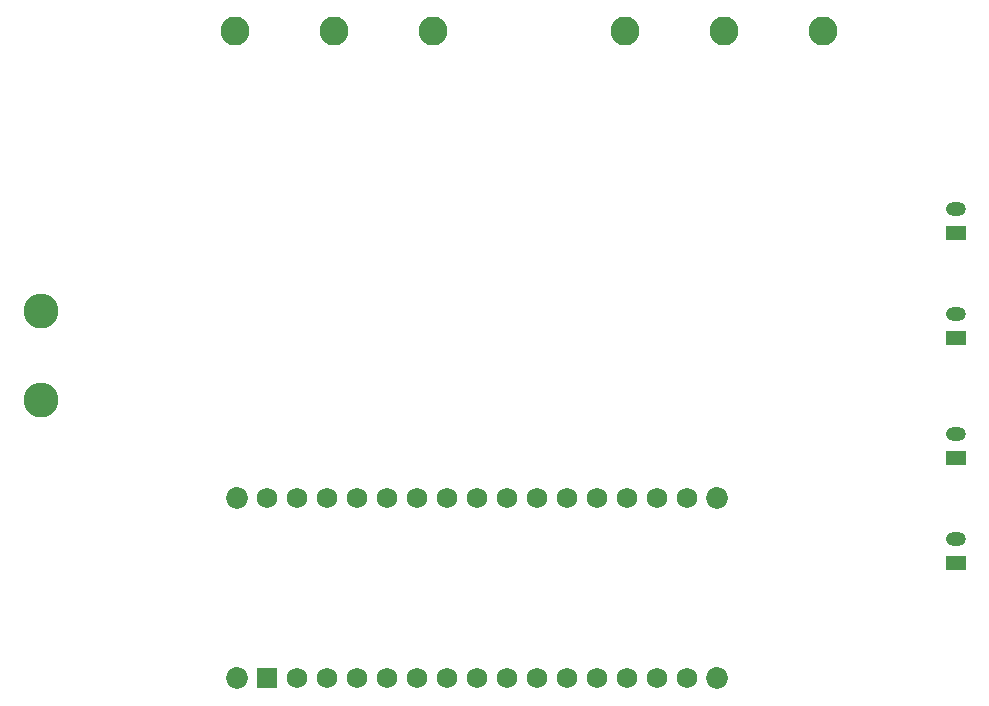
<source format=gbr>
%TF.GenerationSoftware,KiCad,Pcbnew,(6.0.0)*%
%TF.CreationDate,2022-02-25T15:07:17+01:00*%
%TF.ProjectId,ESP8266ControllerCircuit,45535038-3236-4364-936f-6e74726f6c6c,rev?*%
%TF.SameCoordinates,Original*%
%TF.FileFunction,Soldermask,Bot*%
%TF.FilePolarity,Negative*%
%FSLAX46Y46*%
G04 Gerber Fmt 4.6, Leading zero omitted, Abs format (unit mm)*
G04 Created by KiCad (PCBNEW (6.0.0)) date 2022-02-25 15:07:17*
%MOMM*%
%LPD*%
G01*
G04 APERTURE LIST*
%ADD10C,2.460625*%
%ADD11R,1.700000X1.200000*%
%ADD12O,1.700000X1.200000*%
%ADD13C,2.952750*%
%ADD14C,1.850000*%
%ADD15C,1.727200*%
%ADD16R,1.727200X1.727200*%
G04 APERTURE END LIST*
D10*
%TO.C,U3*%
X187215000Y-53798625D03*
X195580000Y-53798625D03*
X203947500Y-53798625D03*
%TD*%
D11*
%TO.C,J2*%
X215170000Y-89900000D03*
D12*
X215170000Y-87900000D03*
%TD*%
D10*
%TO.C,U1*%
X154195000Y-53798625D03*
X162560000Y-53798625D03*
X170927500Y-53798625D03*
%TD*%
D11*
%TO.C,TX1*%
X215170000Y-70850000D03*
D12*
X215170000Y-68850000D03*
%TD*%
D11*
%TO.C,RX1*%
X215170000Y-79740000D03*
D12*
X215170000Y-77740000D03*
%TD*%
D11*
%TO.C,J1*%
X215170000Y-98790000D03*
D12*
X215170000Y-96790000D03*
%TD*%
D13*
%TO.C,U4*%
X137737000Y-85030000D03*
X137737000Y-77530000D03*
%TD*%
D14*
%TO.C,XA1*%
X154305000Y-108585000D03*
X194945000Y-93345000D03*
X154305000Y-93345000D03*
X194945000Y-108585000D03*
D15*
X189865000Y-93345000D03*
X164465000Y-93345000D03*
X184785000Y-93345000D03*
X182245000Y-93345000D03*
X179705000Y-93345000D03*
X177165000Y-93345000D03*
X174625000Y-93345000D03*
X172085000Y-93345000D03*
X169545000Y-93345000D03*
X167005000Y-93345000D03*
X187325000Y-93345000D03*
X159385000Y-108585000D03*
D16*
X156845000Y-108585000D03*
D15*
X167005000Y-108585000D03*
X169545000Y-108585000D03*
X172085000Y-108585000D03*
X174625000Y-108585000D03*
X177165000Y-108585000D03*
X179705000Y-108585000D03*
X182245000Y-108585000D03*
X184785000Y-108585000D03*
X187325000Y-108585000D03*
X189865000Y-108585000D03*
X192405000Y-108585000D03*
X192405000Y-93345000D03*
X164465000Y-108585000D03*
X159385000Y-93345000D03*
X161925000Y-108585000D03*
X161925000Y-93345000D03*
X156845000Y-93345000D03*
%TD*%
M02*

</source>
